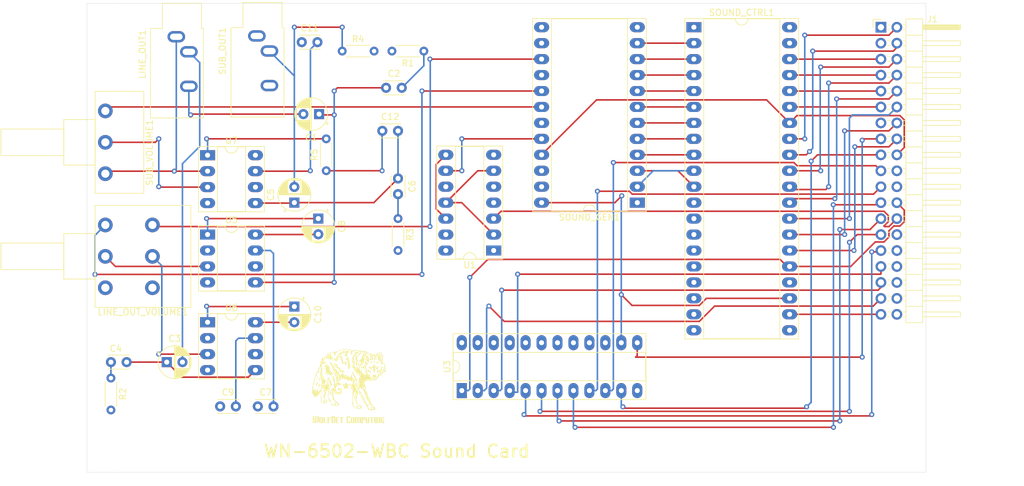
<source format=kicad_pcb>
(kicad_pcb (version 20211014) (generator pcbnew)
  (title_block (title "WolfNet 6502 WBC - Sound Card") (date "2022-05-17") (rev "1.2") (company "WolfNet"))
  (layers (0 "F.Cu" signal "H.Cu") (1 "In1.Cu" power "VCC.Cu") (2 "In2.Cu" power "GND.Cu") (31 "B.Cu" signal "V.Cu") (34 "B.Paste" user) (35 "F.Paste" user) (36 "B.SilkS" user "B.Silkscreen") (37 "F.SilkS" user "F.Silkscreen") (38 "B.Mask" user) (39 "F.Mask" user) (44 "Edge.Cuts" user))
  (net 0 "")
  (net 1 "D0")
  (net 2 "GND")
  (net 3 "D1")
  (net 4 "A0")
  (net 5 "D2")
  (net 6 "A1")
  (net 7 "D3")
  (net 8 "A2")
  (net 9 "D4")
  (net 10 "A3")
  (net 11 "D5")
  (net 12 "A4")
  (net 13 "D6")
  (net 14 "A5")
  (net 15 "D7")
  (net 16 "A6")
  (net 17 "~{RESET}")
  (net 18 "A7")
  (net 19 "A8")
  (net 20 "A9")
  (net 21 "PHI2")
  (net 22 "A10")
  (net 23 "8MHz")
  (net 24 "A11")
  (net 25 "Net-(C1-Pad1)")
  (net 26 "R\\~{W}")
  (net 27 "VCC")
  (net 28 "DA0")
  (net 29 "DA1")
  (net 30 "DA2")
  (net 31 "DA3")
  (net 32 "DA4")
  (net 33 "DA5")
  (net 34 "2MHz")
  (net 35 "DA6")
  (net 36 "DA7")
  (net 37 "BC1")
  (net 38 "BDIR")
  (net 39 "~{CS_SND}")
  (net 40 "Net-(U1-Pad11)")
  (net 41 "Net-(U1-Pad12)")
  (net 42 "Net-(C3-Pad1)")
  (net 43 "Net-(C8-Pad1)")
  (net 44 "Net-(C8-Pad2)")
  (net 45 "Net-(C10-Pad1)")
  (net 46 "Net-(C10-Pad2)")
  (net 50 "SND_R")
  (net 51 "SND_L")
  (net 52 "SND_SUB")
  (net 53 "A12")
  (net 55 "A13")
  (net 56 "Net-(LINE_OUT_VOLUME1-Pad4)")
  (net 58 "Net-(LINE_OUT_VOLUME1-Pad1)")
  (net 59 "A14")
  (net 60 "Net-(SOUND_GEN1-Pad18)")
  (net 62 "Net-(C2-Pad2)")
  (net 63 "Net-(C4-Pad2)")
  (net 64 "Net-(C6-Pad2)")
  (net 65 "Net-(C12-Pad2)")
  (net 66 "Net-(C7-Pad2)")
  (net 67 "A15")
  (net 69 "Net-(C9-Pad2)")
  (net 71 "Net-(LINE_OUT_VOLUME1-Pad2)")
  (net 72 "Net-(C11-Pad2)")
  (net 73 "Net-(C12-Pad1)")
  (net 74 "Net-(R5-Pad2)")
  (net 75 "Net-(LINE_OUT_VOLUME1-Pad5)")
  (net 90 "Net-(SUB_VOLUME1-Pad2)")
  (footprint "Connector_Audio:Jack_3.5mm_CUI_SJ1-3533NG_Horizontal" (layer "F.Cu") (at 43.688 25.18)
    (fp_text reference "LINE_OUT1")
    (fp_text value "3.5mm stereo")
  )
  (footprint "Connector_Audio:Jack_3.5mm_CUI_SJ1-3533NG_Horizontal" (layer "F.Cu") (at 56.515 25.053)
    (fp_text reference "SUB_OUT1")
    (fp_text value "3.5mm mono")
  )
  (footprint "Potentiometer_THT:Potentiometer_Piher_T-16H_Double_Horizontal" (layer "F.Cu") (at 32.385 55.152 180)
    (fp_text reference "LINE_OUT_VOLUME1")
    (fp_text value "10k Ω")
  )
  (footprint "Potentiometer_THT:Potentiometer_Piher_T-16H_Single_Horizontal" (layer "F.Cu") (at 32.385 36.991 180)
    (fp_text reference "SUB_VOLUME1")
    (fp_text value "10k Ω")
  )
  (footprint "Package_DIP:DIP-8_W7.62mm_Socket_LongPads" (layer "F.Cu") (at 48.664 56.676)
    (fp_text reference "U5")
    (fp_text value "LM386")
  )
  (footprint "Package_DIP:DIP-8_W7.62mm_Socket_LongPads" (layer "F.Cu") (at 48.664 70.646)
    (fp_text reference "U6")
    (fp_text value "LM386")
  )
  (footprint "Package_DIP:DIP-8_W7.62mm_Socket_LongPads" (layer "F.Cu") (at 48.664 44.046)
    (fp_text reference "U7")
    (fp_text value "LM386")
  )
  (footprint "PC:Expansion_Connector_Board" (layer "F.Cu") (at 155.894 23.666)
    (fp_text reference "J1")
    (fp_text value "2x19 2.54mm Right-angled Header")
  )
  (footprint "Package_DIP:DIP-24_W15.24mm_Socket_LongPads" (layer "F.Cu") (at 117.099 51.601 180)
    (fp_text reference "SOUND_GEN1")
    (fp_text value "AY3-8913")
  )
  (footprint "Package_DIP:DIP-14_W7.62mm_Socket_LongPads" (layer "F.Cu") (at 94.224 59.221 180)
    (fp_text reference "U1")
    (fp_text value "74HCT74")
  )
  (footprint "Package_DIP:DIP-40_W15.24mm_Socket_LongPads" (layer "F.Cu") (at 126.111 23.661)
    (fp_text reference "SOUND_CTRL1")
    (fp_text value "WD65C22")
  )
  (footprint "Capacitor_THT:CP_Radial_D5.0mm_P2.50mm" (layer "F.Cu") (at 66.421 37.499 180)
    (fp_text reference "C1")
    (fp_text value "250 µF")
  )
  (footprint "Capacitor_THT:C_Disc_D3.0mm_W2.0mm_P2.50mm" (layer "F.Cu") (at 77.089 33.308)
    (fp_text reference "C2")
    (fp_text value "0.05 µF")
  )
  (footprint "Capacitor_THT:CP_Radial_D5.0mm_P2.50mm" (layer "F.Cu") (at 42.164 76.996)
    (fp_text reference "C3")
    (fp_text value "250 µF")
  )
  (footprint "Capacitor_THT:C_Disc_D3.0mm_W2.0mm_P2.50mm" (layer "F.Cu") (at 35.774 76.996 180)
    (fp_text reference "C4")
    (fp_text value "0.05 µF")
  )
  (footprint "Capacitor_THT:CP_Radial_D5.0mm_P2.50mm" (layer "F.Cu") (at 62.484 51.596 90)
    (fp_text reference "C5")
    (fp_text value "250 µF")
  )
  (footprint "Capacitor_THT:C_Disc_D3.0mm_W2.0mm_P2.50mm" (layer "F.Cu") (at 78.994 47.746 -90)
    (fp_text reference "C6")
    (fp_text value "0.05 µF")
  )
  (footprint "Resistor_THT:R_Axial_DIN0204_L3.6mm_D1.6mm_P5.08mm_Horizontal" (layer "F.Cu") (at 83.104 27.466 180)
    (fp_text reference "R1")
    (fp_text value "10 Ω")
  )
  (footprint "Resistor_THT:R_Axial_DIN0204_L3.6mm_D1.6mm_P5.08mm_Horizontal" (layer "F.Cu") (at 78.994 54.136 -90)
    (fp_text reference "R3")
    (fp_text value "10 Ω")
  )
  (footprint "Resistor_THT:R_Axial_DIN0204_L3.6mm_D1.6mm_P5.08mm_Horizontal" (layer "F.Cu") (at 33.274 79.536 -90)
    (fp_text reference "R2")
    (fp_text value "10 Ω")
  )
  (footprint "Capacitor_THT:C_Disc_D3.0mm_W2.0mm_P2.50mm" (layer "F.Cu") (at 56.664 84.046)
    (fp_text reference "C7")
    (fp_text value "0.1 µF")
  )
  (footprint "Capacitor_THT:CP_Radial_D5.0mm_P2.50mm" (layer "F.Cu") (at 66.294 54.136 -90)
    (fp_text reference "C8")
    (fp_text value "10 µF")
  )
  (footprint "Capacitor_THT:C_Disc_D3.0mm_W2.0mm_P2.50mm" (layer "F.Cu") (at 50.664 84.046)
    (fp_text reference "C9")
    (fp_text value "0.1 µF")
  )
  (footprint "Capacitor_THT:CP_Radial_D5.0mm_P2.50mm" (layer "F.Cu") (at 62.484 68.146 -90)
    (fp_text reference "C10")
    (fp_text value "10 µF")
  )
  (footprint "Capacitor_THT:C_Disc_D3.0mm_W2.0mm_P2.50mm" (layer "F.Cu") (at 63.664 26.046)
    (fp_text reference "C11")
    (fp_text value "0.1 µF")
  )
  (footprint "Capacitor_THT:C_Disc_D3.0mm_W2.0mm_P2.50mm" (layer "F.Cu") (at 76.494 40.166)
    (fp_text reference "C12")
    (fp_text value "0.033 µF")
  )
  (footprint "Resistor_THT:R_Axial_DIN0204_L3.6mm_D1.6mm_P5.08mm_Horizontal" (layer "F.Cu") (at 70.104 27.466)
    (fp_text reference "R4")
    (fp_text value "? Ω")
  )
  (footprint "Resistor_THT:R_Axial_DIN0204_L3.6mm_D1.6mm_P5.08mm_Horizontal" (layer "F.Cu") (at 67.564 46.516 90)
    (fp_text reference "R5")
    (fp_text value "10 Ω")
  )
  (footprint "WolfNet:WolfNet-Logo_silkscreen" (layer "F.Cu") (at 71.12 81.28)
    (fp_text reference "G***")
    (fp_text value "LOGO" hide)
  )
  (footprint "Package_DIP:DIP-24_W7.62mm_Socket_LongPads" (layer "F.Cu") (at 89.149 81.524 90)
    (fp_text reference "U3")
    (fp_text value "ATF22V10C")
  )
  (gr_line (start 29.464 19.846) (end 34.544 19.846) (layer "Edge.Cuts") (width 0.05))
  (gr_line (start 163.068 19.846) (end 161.544 19.846) (layer "Edge.Cuts") (width 0.05))
  (gr_line (start 163.068 94.522) (end 163.068 19.846) (layer "Edge.Cuts") (width 0.05))
  (gr_line (start 34.544 94.522) (end 29.464 94.522) (layer "Edge.Cuts") (width 0.05))
  (gr_line (start 29.464 94.522) (end 29.464 19.846) (layer "Edge.Cuts") (width 0.05))
  (gr_line (start 161.544 94.522) (end 163.068 94.522) (layer "Edge.Cuts") (width 0.05))
  (gr_line (start 161.544 94.522) (end 34.544 94.522) (layer "Edge.Cuts") (width 0.05))
  (gr_line (start 161.544 19.846) (end 34.544 19.846) (layer "Edge.Cuts") (width 0.05))
  (gr_text "WN-6502-WBC Sound Card" (at 78.7908 91.1692) (layer "F.SilkS") (effects (font (size 2 2) (thickness 0.3))))
  (segment (start 157.174 24.926) (end 143.764 24.926) (width 0.25) (layer "F.Cu") (net 1))
  (segment (start 158.434 23.666) (end 157.174 24.926) (width 0.25) (layer "F.Cu") (net 1))
  (segment (start 143.759 41.441) (end 143.764 41.436) (width 0.25) (layer "F.Cu") (net 1))
  (segment (start 141.351 41.441) (end 143.759 41.441) (width 0.25) (layer "F.Cu") (net 1))
  (via (at 143.764 41.436) (size 0.8) (drill 0.4) (layers "F.Cu" "B.Cu") (net 1))
  (via (at 143.764 24.926) (size 0.8) (drill 0.4) (layers "F.Cu" "B.Cu") (net 1))
  (segment (start 143.764 24.926) (end 143.764 41.436) (width 0.25) (layer "B.Cu") (net 1))
  (segment (start 43.364 46.586) (end 32.79 46.586) (width 0.25) (layer "F.Cu") (net 2))
  (segment (start 48.664 46.586) (end 43.504 46.586) (width 0.25) (layer "F.Cu") (net 2))
  (segment (start 43.504 46.586) (end 43.364 46.586) (width 0.25) (layer "F.Cu") (net 2))
  (via (at 43.364 46.586) (size 0.8) (drill 0.4) (layers "F.Cu" "B.Cu") (net 2))
  (segment (start 43.688 25.18) (end 43.688 46.262) (width 0.25) (layer "B.Cu") (net 2))
  (segment (start 43.688 46.262) (end 43.364 46.586) (width 0.25) (layer "B.Cu") (net 2))
  (segment (start 158.434 26.896) (end 157.864 27.466) (width 0.25) (layer "F.Cu") (net 3))
  (segment (start 157.864 27.466) (end 145.034 27.466) (width 0.25) (layer "F.Cu") (net 3))
  (segment (start 141.351 43.981) (end 144.004402 43.981) (width 0.25) (layer "F.Cu") (net 3))
  (segment (start 144.004402 43.981) (end 144.521701 43.463701) (width 0.25) (layer "F.Cu") (net 3))
  (via (at 145.034 27.466) (size 0.8) (drill 0.4) (layers "F.Cu" "B.Cu") (net 3))
  (via (at 144.521701 43.463701) (size 0.8) (drill 0.4) (layers "F.Cu" "B.Cu") (net 3))
  (segment (start 145.034 27.466) (end 145.034 42.951402) (width 0.25) (layer "B.Cu") (net 3))
  (segment (start 145.034 42.951402) (end 144.521701 43.463701) (width 0.25) (layer "B.Cu") (net 3))
  (segment (start 155.894 28.746) (end 141.356 28.746) (width 0.25) (layer "F.Cu") (net 4))
  (segment (start 146.304 46.516) (end 146.299 46.521) (width 0.25) (layer "F.Cu") (net 5))
  (segment (start 158.434 28.746) (end 157.174 30.006) (width 0.25) (layer "F.Cu") (net 5))
  (segment (start 146.299 46.521) (end 141.351 46.521) (width 0.25) (layer "F.Cu") (net 5))
  (segment (start 157.174 30.006) (end 146.304 30.006) (width 0.25) (layer "F.Cu") (net 5))
  (via (at 146.304 46.516) (size 0.8) (drill 0.4) (layers "F.Cu" "B.Cu") (net 5))
  (via (at 146.304 30.006) (size 0.8) (drill 0.4) (layers "F.Cu" "B.Cu") (net 5))
  (segment (start 146.225469 46.437469) (end 146.304 46.516) (width 0.25) (layer "B.Cu") (net 5))
  (segment (start 146.225469 30.084531) (end 146.225469 46.437469) (width 0.25) (layer "B.Cu") (net 5))
  (segment (start 146.304 30.006) (end 146.225469 30.084531) (width 0.25) (layer "B.Cu") (net 5))
  (segment (start 141.351 31.281) (end 155.889 31.281) (width 0.25) (layer "F.Cu") (net 6))
  (segment (start 158.434 31.286) (end 157.174 32.546) (width 0.25) (layer "F.Cu") (net 7))
  (segment (start 147.12449 49.50551) (end 141.79551 49.50551) (width 0.25) (layer "F.Cu") (net 7))
  (segment (start 157.174 32.546) (end 147.574 32.546) (width 0.25) (layer "F.Cu") (net 7))
  (segment (start 147.574 49.056) (end 147.12449 49.50551) (width 0.25) (layer "F.Cu") (net 7))
  (via (at 147.574 49.056) (size 0.8) (drill 0.4) (layers "F.Cu" "B.Cu") (net 7))
  (via (at 147.574 32.546) (size 0.8) (drill 0.4) (layers "F.Cu" "B.Cu") (net 7))
  (segment (start 147.574 32.546) (end 147.574 49.056) (width 0.25) (layer "B.Cu") (net 7))
  (segment (start 155.894 33.826) (end 141.356 33.826) (width 0.25) (layer "F.Cu") (net 8))
  (segment (start 141.986989 50.965011) (end 148.553381 50.965011) (width 0.25) (layer "F.Cu") (net 9))
  (segment (start 158.434 33.826) (end 157.174 35.086) (width 0.25) (layer "F.Cu") (net 9))
  (segment (start 157.174 35.086) (end 148.844 35.086) (width 0.25) (layer "F.Cu") (net 9))
  (segment (start 141.351 51.601) (end 141.986989 50.965011) (width 0.25) (layer "F.Cu") (net 9))
  (via (at 148.844 35.086) (size 0.8) (drill 0.4) (layers "F.Cu" "B.Cu") (net 9))
  (via (at 148.553381 50.965011) (size 0.8) (drill 0.4) (layers "F.Cu" "B.Cu") (net 9))
  (segment (start 148.844 35.086) (end 148.844 50.674392) (width 0.25) (layer "B.Cu") (net 9))
  (segment (start 148.844 50.674392) (end 148.553381 50.965011) (width 0.25) (layer "B.Cu") (net 9))
  (segment (start 141.351 36.361) (end 155.889 36.361) (width 0.25) (layer "F.Cu") (net 10))
  (segment (start 141.351 54.141) (end 150.871 54.141) (width 0.25) (layer "F.Cu") (net 11))
  (segment (start 150.871 54.141) (end 150.876 54.136) (width 0.25) (layer "F.Cu") (net 11))
  (via (at 150.876 54.136) (size 0.8) (drill 0.4) (layers "F.Cu" "B.Cu") (net 11))
  (segment (start 150.876 38.134) (end 150.876 54.136) (width 0.25) (layer "B.Cu") (net 11))
  (segment (start 157.174 37.626) (end 151.384 37.626) (width 0.25) (layer "B.Cu") (net 11))
  (segment (start 151.384 37.626) (end 150.876 38.134) (width 0.25) (layer "B.Cu") (net 11))
  (segment (start 158.434 36.366) (end 157.174 37.626) (width 0.25) (layer "B.Cu") (net 11))
  (segment (start 141.351 56.681) (end 150.109 56.681) (width 0.25) (layer "F.Cu") (net 13))
  (segment (start 150.114 40.166) (end 157.174 40.166) (width 0.25) (layer "F.Cu") (net 13))
  (segment (start 150.109 56.681) (end 150.114 56.676) (width 0.25) (layer "F.Cu") (net 13))
  (segment (start 157.174 40.166) (end 158.434 38.906) (width 0.25) (layer "F.Cu") (net 13))
  (via (at 150.114 40.166) (size 0.8) (drill 0.4) (layers "F.Cu" "B.Cu") (net 13))
  (via (at 150.114 56.676) (size 0.8) (drill 0.4) (layers "F.Cu" "B.Cu") (net 13))
  (segment (start 150.114 56.676) (end 150.114 40.166) (width 0.25) (layer "B.Cu") (net 13))
  (segment (start 155.894 41.446) (end 153.118 41.446) (width 0.25) (layer "F.Cu") (net 14))
  (segment (start 152.908 76.2) (end 116.84 76.2) (width 0.25) (layer "F.Cu") (net 14))
  (segment (start 153.118 41.446) (end 152.908 41.656) (width 0.25) (layer "F.Cu") (net 14))
  (segment (start 117.089 75.951) (end 117.089 73.904) (width 0.25) (layer "F.Cu") (net 14))
  (segment (start 116.84 76.2) (end 117.089 75.951) (width 0.25) (layer "F.Cu") (net 14))
  (via (at 152.908 41.656) (size 0.8) (drill 0.4) (layers "F.Cu" "B.Cu") (net 14))
  (via (at 152.908 76.2) (size 0.8) (drill 0.4) (layers "F.Cu" "B.Cu") (net 14))
  (segment (start 152.908 41.656) (end 152.908 76.2) (width 0.25) (layer "B.Cu") (net 14))
  (segment (start 141.351 59.221) (end 151.5955 59.221) (width 0.25) (layer "F.Cu") (net 15))
  (segment (start 151.5955 59.221) (end 151.6005 59.216) (width 0.25) (layer "F.Cu") (net 15))
  (segment (start 157.174 42.706) (end 151.737531 42.706) (width 0.25) (layer "F.Cu") (net 15))
  (segment (start 158.434 41.446) (end 157.174 42.706) (width 0.25) (layer "F.Cu") (net 15))
  (via (at 151.737531 42.706) (size 0.8) (drill 0.4) (layers "F.Cu" "B.Cu") (net 15))
  (via (at 151.6005 59.216) (size 0.8) (drill 0.4) (layers "F.Cu" "B.Cu") (net 15))
  (segment (start 151.737531 59.078969) (end 151.6005 59.216) (width 0.25) (layer "B.Cu") (net 15))
  (segment (start 151.737531 42.706) (end 151.737531 59.078969) (width 0.25) (layer "B.Cu") (net 15))
  (segment (start 114.801921 84.321921) (end 114.801921 84.1115) (width 0.25) (layer "F.Cu") (net 16))
  (segment (start 114.808 84.328) (end 114.801921 84.321921) (width 0.25) (layer "F.Cu") (net 16))
  (segment (start 145.7895 43.986) (end 144.78 44.9955) (width 0.25) (layer "F.Cu") (net 16))
  (segment (start 144.0555 84.1115) (end 143.839 84.328) (width 0.25) (layer "F.Cu") (net 16))
  (segment (start 155.894 43.986) (end 145.7895 43.986) (width 0.25) (layer "F.Cu") (net 16))
  (segment (start 143.839 84.328) (end 114.808 84.328) (width 0.25) (layer "F.Cu") (net 16))
  (via (at 144.78 44.9955) (size 0.8) (drill 0.4) (layers "F.Cu" "B.Cu") (net 16))
  (via (at 114.801921 84.1115) (size 0.8) (drill 0.4) (layers "F.Cu" "B.Cu") (net 16))
  (via (at 144.0555 84.1115) (size 0.8) (drill 0.4) (layers "F.Cu" "B.Cu") (net 16))
  (segment (start 144.78 83.387) (end 144.78 44.9955) (width 0.25) (layer "B.Cu") (net 16))
  (segment (start 114.549 83.858579) (end 114.801921 84.1115) (width 0.25) (layer "B.Cu") (net 16))
  (segment (start 114.549 81.524) (end 114.549 83.858579) (width 0.25) (layer "B.Cu") (net 16))
  (segment (start 144.0555 84.1115) (end 144.78 83.387) (width 0.25) (layer "B.Cu") (net 16))
  (segment (start 142.520511 37.731489) (end 158.920499 37.731489) (width 0.25) (layer "F.Cu") (net 17))
  (segment (start 137.68648 35.23648) (end 141.351 38.901) (width 0.25) (layer "F.Cu") (net 17))
  (segment (start 159.608511 38.419501) (end 159.608511 42.811489) (width 0.25) (layer "F.Cu") (net 17))
  (segment (start 110.60352 35.23648) (end 137.68648 35.23648) (width 0.25) (layer "F.Cu") (net 17))
  (segment (start 141.351 38.901) (end 142.520511 37.731489) (width 0.25) (layer "F.Cu") (net 17))
  (segment (start 158.920499 37.731489) (end 159.608511 38.419501) (width 0.25) (layer "F.Cu") (net 17))
  (segment (start 159.608511 42.811489) (end 158.434 43.986) (width 0.25) (layer "F.Cu") (net 17))
  (segment (start 101.859 43.981) (end 110.60352 35.23648) (width 0.25) (layer "F.Cu") (net 17))
  (segment (start 142.540311 45.72) (end 142.032311 45.212) (width 0.25) (layer "F.Cu") (net 18))
  (segment (start 142.032311 45.212) (end 113.284 45.212) (width 0.25) (layer "F.Cu") (net 18))
  (segment (start 155.088 45.72) (end 142.540311 45.72) (width 0.25) (layer "F.Cu") (net 18))
  (segment (start 155.894 46.526) (end 155.088 45.72) (width 0.25) (layer "F.Cu") (net 18))
  (via (at 113.284 45.212) (size 0.8) (drill 0.4) (layers "F.Cu" "B.Cu") (net 18))
  (segment (start 113.04 81.524) (end 112.009 81.524) (width 0.25) (layer "B.Cu") (net 18))
  (segment (start 113.284 45.212) (end 113.284 81.28) (width 0.25) (layer "B.Cu") (net 18))
  (segment (start 113.284 81.28) (end 113.04 81.524) (width 0.25) (layer "B.Cu") (net 18))
  (segment (start 154.719489 50.240511) (end 155.894 49.066) (width 0.25) (layer "F.Cu") (net 19))
  (segment (start 116.2882 50.240511) (end 154.719489 50.240511) (width 0.25) (layer "F.Cu") (net 19))
  (segment (start 110.744 49.784) (end 115.831689 49.784) (width 0.25) (layer "F.Cu") (net 19))
  (segment (start 115.831689 49.784) (end 116.2882 50.240511) (width 0.25) (layer "F.Cu") (net 19))
  (via (at 110.744 49.784) (size 0.8) (drill 0.4) (layers "F.Cu" "B.Cu") (net 19))
  (segment (start 109.469 81.524) (end 110.5 81.524) (width 0.25) (layer "B.Cu") (net 19))
  (segment (start 110.744 81.28) (end 110.744 49.784) (width 0.25) (layer "B.Cu") (net 19))
  (segment (start 110.5 81.524) (end 110.744 81.28) (width 0.25) (layer "B.Cu") (net 19))
  (segment (start 155.894 51.606) (end 155.566582 51.933418) (width 0.25) (layer "F.Cu") (net 20))
  (segment (start 148.336 87.376) (end 107.188 87.376) (width 0.25) (layer "F.Cu") (net 20))
  (segment (start 155.566582 51.933418) (end 148.306006 51.933418) (width 0.25) (layer "F.Cu") (net 20))
  (via (at 107.188 87.376) (size 0.8) (drill 0.4) (layers "F.Cu" "B.Cu") (net 20))
  (via (at 148.306006 51.933418) (size 0.8) (drill 0.4) (layers "F.Cu" "B.Cu") (net 20))
  (via (at 148.336 87.376) (size 0.8) (drill 0.4) (layers "F.Cu" "B.Cu") (net 20))
  (segment (start 107.188 87.376) (end 106.929 87.117) (width 0.25) (layer "B.Cu") (net 20))
  (segment (start 148.336 51.963412) (end 148.306006 51.933418) (width 0.25) (layer "B.Cu") (net 20))
  (segment (start 106.929 87.117) (end 106.929 81.524) (width 0.25) (layer "B.Cu") (net 20))
  (segment (start 148.336 87.376) (end 148.336 51.963412) (width 0.25) (layer "B.Cu") (net 20))
  (segment (start 158.920499 55.320511) (end 159.608511 54.632499) (width 0.25) (layer "F.Cu") (net 21))
  (segment (start 159.608511 54.632499) (end 159.608511 52.780511) (width 0.25) (layer "F.Cu") (net 21))
  (segment (start 154.982889 57.860511) (end 156.380499 57.860511) (width 0.25) (layer "F.Cu") (net 21))
  (segment (start 157.174 56.094012) (end 157.947501 55.320511) (width 0.25) (layer "F.Cu") (net 21))
  (segment (start 93.28752 60.63648) (end 90.424 63.5) (width 0.25) (layer "F.Cu") (net 21))
  (segment (start 159.608511 52.780511) (end 158.434 51.606) (width 0.25) (layer "F.Cu") (net 21))
  (segment (start 157.174 57.06701) (end 157.174 56.094012) (width 0.25) (layer "F.Cu") (net 21))
  (segment (start 157.947501 55.320511) (end 158.920499 55.320511) (width 0.25) (layer "F.Cu") (net 21))
  (segment (start 151.0824 61.761) (end 154.982889 57.860511) (width 0.25) (layer "F.Cu") (net 21))
  (segment (start 141.351 61.761) (end 140.951 61.761) (width 0.25) (layer "F.Cu") (net 21))
  (segment (start 156.380499 57.860511) (end 157.174 57.06701) (width 0.25) (layer "F.Cu") (net 21))
  (segment (start 140.951 61.761) (end 139.82648 60.63648) (width 0.25) (layer "F.Cu") (net 21))
  (segment (start 141.351 61.761) (end 151.0824 61.761) (width 0.25) (layer "F.Cu") (net 21))
  (segment (start 139.82648 60.63648) (end 93.28752 60.63648) (width 0.25) (layer "F.Cu") (net 21))
  (via (at 90.424 63.5) (size 0.8) (drill 0.4) (layers "F.Cu" "B.Cu") (net 21))
  (segment (start 90.424 81.28) (end 90.18 81.524) (width 0.25) (layer "B.Cu") (net 21))
  (segment (start 90.18 81.524) (end 89.149 81.524) (width 0.25) (layer "B.Cu") (net 21))
  (segment (start 90.424 63.5) (end 90.424 81.28) (width 0.25) (layer "B.Cu") (net 21))
  (segment (start 149.352 55.88) (end 154.16 55.88) (width 0.25) (layer "F.Cu") (net 22))
  (segment (start 104.648 86.36) (end 149.352 86.36) (width 0.25) (layer "F.Cu") (net 22))
  (segment (start 154.16 55.88) (end 155.894 54.146) (width 0.25) (layer "F.Cu") (net 22))
  (via (at 149.352 55.88) (size 0.8) (drill 0.4) (layers "F.Cu" "B.Cu") (net 22))
  (via (at 149.352 86.36) (size 0.8) (drill 0.4) (layers "F.Cu" "B.Cu") (net 22))
  (via (at 104.648 86.36) (size 0.8) (drill 0.4) (layers "F.Cu" "B.Cu") (net 22))
  (segment (start 104.389 86.101) (end 104.648 86.36) (width 0.25) (layer "B.Cu") (net 22))
  (segment (start 104.389 81.524) (end 104.389 86.101) (width 0.25) (layer "B.Cu") (net 22))
  (segment (start 149.352 86.36) (end 149.352 55.88) (width 0.25) (layer "B.Cu") (net 22))
  (segment (start 156.380499 52.971489) (end 157.068511 53.659501) (width 0.25) (layer "F.Cu") (net 23))
  (segment (start 157.174 55.406) (end 158.434 54.146) (width 0.25) (layer "F.Cu") (net 23))
  (segment (start 157.068511 54.632499) (end 156.380499 55.320511) (width 0.25) (layer "F.Cu") (net 23))
  (segment (start 95.393511 52.971489) (end 156.380499 52.971489) (width 0.25) (layer "F.Cu") (net 23))
  (segment (start 156.465988 55.406) (end 157.174 55.406) (width 0.25) (layer "F.Cu") (net 23))
  (segment (start 94.224 54.141) (end 95.393511 52.971489) (width 0.25) (layer "F.Cu") (net 23))
  (segment (start 157.068511 53.659501) (end 157.068511 54.632499) (width 0.25) (layer "F.Cu") (net 23))
  (segment (start 156.380499 55.320511) (end 156.465988 55.406) (width 0.25) (layer "F.Cu") (net 23))
  (segment (start 152.102 56.686) (end 150.876 57.912) (width 0.25) (layer "F.Cu") (net 24))
  (segment (start 155.894 56.686) (end 152.102 56.686) (width 0.25) (layer "F.Cu") (net 24))
  (segment (start 150.876 84.836) (end 101.6 84.836) (width 0.25) (layer "F.Cu") (net 24))
  (via (at 150.876 57.912) (size 0.8) (drill 0.4) (layers "F.Cu" "B.Cu") (net 24))
  (via (at 150.876 84.836) (size 0.8) (drill 0.4) (layers "F.Cu" "B.Cu") (net 24))
  (via (at 101.6 84.836) (size 0.8) (drill 0.4) (layers "F.Cu" "B.Cu") (net 24))
  (segment (start 150.876 57.912) (end 150.876 84.836) (width 0.25) (layer "B.Cu") (net 24))
  (segment (start 101.6 84.836) (end 101.849 84.587) (width 0.25) (layer "B.Cu") (net 24))
  (segment (start 101.849 84.587) (end 101.849 81.524) (width 0.25) (layer "B.Cu") (net 24))
  (segment (start 68.834 37.626) (end 66.548 37.626) (width 0.25) (layer "F.Cu") (net 25))
  (segment (start 69.342 33.308) (end 68.834 33.816) (width 0.25) (layer "F.Cu") (net 25))
  (segment (start 56.284 64.296) (end 68.834 64.296) (width 0.25) (layer "F.Cu") (net 25))
  (segment (start 77.089 33.308) (end 69.342 33.308) (width 0.25) (layer "F.Cu") (net 25))
  (via (at 68.834 64.296) (size 0.8) (drill 0.4) (layers "F.Cu" "B.Cu") (net 25))
  (via (at 68.834 33.816) (size 0.8) (drill 0.4) (layers "F.Cu" "B.Cu") (net 25))
  (via (at 68.834 37.626) (size 0.8) (drill 0.4) (layers "F.Cu" "B.Cu") (net 25))
  (segment (start 68.834 64.296) (end 68.834 37.626) (width 0.25) (layer "B.Cu") (net 25))
  (segment (start 68.834 33.816) (end 68.834 37.626) (width 0.25) (layer "B.Cu") (net 25))
  (segment (start 141.351 69.381) (end 155.889 69.381) (width 0.25) (layer "F.Cu") (net 26))
  (segment (start 126.111 26.201) (end 117.099 26.201) (width 0.25) (layer "F.Cu") (net 28))
  (segment (start 117.099 28.741) (end 126.111 28.741) (width 0.25) (layer "F.Cu") (net 29))
  (segment (start 126.111 31.281) (end 117.099 31.281) (width 0.25) (layer "F.Cu") (net 30))
  (segment (start 117.099 33.821) (end 126.111 33.821) (width 0.25) (layer "F.Cu") (net 31))
  (segment (start 126.111 36.361) (end 117.099 36.361) (width 0.25) (layer "F.Cu") (net 32))
  (segment (start 117.099 38.901) (end 126.111 38.901) (width 0.25) (layer "F.Cu") (net 33))
  (segment (start 89.154 41.436) (end 89.159 41.441) (width 0.25) (layer "F.Cu") (net 34))
  (segment (start 89.149 46.521) (end 89.154 46.516) (width 0.25) (layer "F.Cu") (net 34))
  (segment (start 89.159 41.441) (end 101.859 41.441) (width 0.25) (layer "F.Cu") (net 34))
  (segment (start 86.604 46.521) (end 89.149 46.521) (width 0.25) (layer "F.Cu") (net 34))
  (via (at 89.154 41.436) (size 0.8) (drill 0.4) (layers "F.Cu" "B.Cu") (net 34))
  (via (at 89.154 46.516) (size 0.8) (drill 0.4) (layers "F.Cu" "B.Cu") (net 34))
  (segment (start 89.154 46.516) (end 89.154 41.436) (width 0.25) (layer "B.Cu") (net 34))
  (segment (start 126.111 41.441) (end 117.099 41.441) (width 0.25) (layer "F.Cu") (net 35))
  (segment (start 117.099 43.981) (end 126.111 43.981) (width 0.25) (layer "F.Cu") (net 36))
  (segment (start 117.099 46.521) (end 123.571 46.521) (width 0.25) (layer "F.Cu") (net 37))
  (segment (start 123.571 46.521) (end 126.111 49.061) (width 0.25) (layer "F.Cu") (net 37))
  (segment (start 117.099 49.061) (end 119.639 46.521) (width 0.25) (layer "B.Cu") (net 38))
  (segment (start 119.639 46.521) (end 126.111 46.521) (width 0.25) (layer "B.Cu") (net 38))
  (segment (start 128.101311 66.841) (end 126.976791 67.96552) (width 0.25) (layer "F.Cu") (net 39))
  (segment (start 101.859 51.601) (end 113.531011 51.601) (width 0.25) (layer "F.Cu") (net 39))
  (segment (start 116.25802 67.96552) (end 114.549 66.2565) (width 0.25) (layer "F.Cu") (net 39))
  (segment (start 126.976791 67.96552) (end 116.25802 67.96552) (width 0.25) (layer "F.Cu") (net 39))
  (segment (start 113.531011 51.601) (end 114.623511 50.5085) (width 0.25) (layer "F.Cu") (net 39))
  (segment (start 141.351 66.841) (end 128.101311 66.841) (width 0.25) (layer "F.Cu") (net 39))
  (via (at 114.623511 50.5085) (size 0.8) (drill 0.4) (layers "F.Cu" "B.Cu") (net 39))
  (via (at 114.549 66.2565) (size 0.8) (drill 0.4) (layers "F.Cu" "B.Cu") (net 39))
  (segment (start 114.549 66.2565) (end 114.549 50.583011) (width 0.25) (layer "B.Cu") (net 39))
  (segment (start 114.549 50.583011) (end 114.623511 50.5085) (width 0.25) (layer "B.Cu") (net 39))
  (segment (start 114.549 73.904) (end 114.549 66.2565) (width 0.25) (layer "B.Cu") (net 39))
  (segment (start 86.604 51.601) (end 89.144 51.601) (width 0.25) (layer "F.Cu") (net 40))
  (segment (start 89.144 51.601) (end 94.224 56.681) (width 0.25) (layer "F.Cu") (net 40))
  (segment (start 91.684 46.521) (end 86.604 51.601) (width 0.25) (layer "F.Cu") (net 40))
  (segment (start 94.224 46.521) (end 91.684 46.521) (width 0.25) (layer "F.Cu") (net 40))
  (segment (start 86.604 54.141) (end 85.07948 52.61648) (width 0.25) (layer "F.Cu") (net 41))
  (segment (start 85.07948 45.50552) (end 86.604 43.981) (width 0.25) (layer "F.Cu") (net 41))
  (segment (start 85.07948 52.61648) (end 85.07948 45.50552) (width 0.25) (layer "F.Cu") (net 41))
  (segment (start 44.55852 79.39052) (end 55.15948 79.39052) (width 0.25) (layer "F.Cu") (net 42))
  (segment (start 35.774 76.996) (end 42.164 76.996) (width 0.25) (layer "F.Cu") (net 42))
  (segment (start 55.15948 79.39052) (end 56.284 78.266) (width 0.25) (layer "F.Cu") (net 42))
  (segment (start 42.164 76.996) (end 44.55852 79.39052) (width 0.25) (layer "F.Cu") (net 42))
  (segment (start 66.294 54.136) (end 48.514 54.136) (width 0.25) (layer "F.Cu") (net 43))
  (via (at 48.514 54.136) (size 0.8) (drill 0.4) (layers "F.Cu" "B.Cu") (net 43))
  (segment (start 48.514 54.136) (end 48.664 54.286) (width 0.25) (layer "B.Cu") (net 43))
  (segment (start 48.664 54.286) (end 48.664 56.676) (width 0.25) (layer "B.Cu") (net 43))
  (segment (start 56.284 56.676) (end 66.254 56.676) (width 0.25) (layer "F.Cu") (net 44))
  (segment (start 48.554 68.146) (end 48.514 68.106) (width 0.25) (layer "F.Cu") (net 45))
  (segment (start 62.484 68.146) (end 48.554 68.146) (width 0.25) (layer "F.Cu") (net 45))
  (via (at 48.514 68.106) (size 0.8) (drill 0.4) (layers "F.Cu" "B.Cu") (net 45))
  (segment (start 48.514 68.106) (end 48.664 68.256) (width 0.25) (layer "B.Cu") (net 45))
  (segment (start 48.664 68.256) (end 48.664 70.646) (width 0.25) (layer "B.Cu") (net 45))
  (segment (start 56.284 70.646) (end 62.484 70.646) (width 0.25) (layer "F.Cu") (net 46))
  (segment (start 46.101 37.499) (end 45.974 37.626) (width 0.25) (layer "F.Cu") (net 50))
  (segment (start 63.921 37.499) (end 46.101 37.499) (width 0.25) (layer "F.Cu") (net 50))
  (via (at 45.974 37.626) (size 0.8) (drill 0.4) (layers "F.Cu" "B.Cu") (net 50))
  (segment (start 45.974 37.626) (end 45.688 37.34) (width 0.25) (layer "B.Cu") (net 50))
  (segment (start 45.688 37.34) (end 45.688 33.08) (width 0.25) (layer "B.Cu") (net 50))
  (segment (start 47.41252 42.648458) (end 44.664 45.396978) (width 0.25) (layer "B.Cu") (net 51))
  (segment (start 44.664 45.396978) (end 44.664 76.996) (width 0.25) (layer "B.Cu") (net 51))
  (segment (start 45.688 27.58) (end 47.41252 29.30452) (width 0.25) (layer "B.Cu") (net 51))
  (segment (start 47.41252 29.30452) (end 47.41252 42.648458) (width 0.25) (layer "B.Cu") (net 51))
  (segment (start 62.484 23.656) (end 70.104 23.656) (width 0.25) (layer "F.Cu") (net 52))
  (via (at 62.484 23.656) (size 0.8) (drill 0.4) (layers "F.Cu" "B.Cu") (net 52))
  (via (at 70.104 23.656) (size 0.8) (drill 0.4) (layers "F.Cu" "B.Cu") (net 52))
  (segment (start 62.484 31.422) (end 58.515 27.453) (width 0.25) (layer "B.Cu") (net 52))
  (segment (start 70.104 23.656) (end 70.104 27.466) (width 0.25) (layer "B.Cu") (net 52))
  (segment (start 62.484 31.422) (end 62.484 23.656) (width 0.25) (layer "B.Cu") (net 52))
  (segment (start 62.484 49.096) (end 62.484 31.422) (width 0.25) (layer "B.Cu") (net 52))
  (segment (start 154.215499 85.560501) (end 154.432 85.344) (width 0.25) (layer "F.Cu") (net 53))
  (segment (start 155.684 59.436) (end 155.894 59.226) (width 0.25) (layer "F.Cu") (net 53))
  (segment (start 99.06 85.344) (end 99.276501 85.560501) (width 0.25) (layer "F.Cu") (net 53))
  (segment (start 154.432 59.436) (end 155.684 59.436) (width 0.25) (layer "F.Cu") (net 53))
  (segment (start 99.276501 85.560501) (end 154.215499 85.560501) (width 0.25) (layer "F.Cu") (net 53))
  (via (at 154.432 85.344) (size 0.8) (drill 0.4) (layers "F.Cu" "B.Cu") (net 53))
  (via (at 99.06 85.344) (size 0.8) (drill 0.4) (layers "F.Cu" "B.Cu") (net 53))
  (via (at 154.432 59.436) (size 0.8) (drill 0.4) (layers "F.Cu" "B.Cu") (net 53))
  (segment (start 99.309 81.524) (end 99.309 85.095) (width 0.25) (layer "B.Cu") (net 53))
  (segment (start 99.309 85.095) (end 99.06 85.344) (width 0.25) (layer "B.Cu") (net 53))
  (segment (start 154.432 85.344) (end 154.432 59.436) (width 0.25) (layer "B.Cu") (net 53))
  (segment (start 155.894 61.766) (end 155.894 62.93) (width 0.25) (layer "F.Cu") (net 55))
  (segment (start 155.832 62.992) (end 98.044 62.992) (width 0.25) (layer "F.Cu") (net 55))
  (segment (start 155.894 62.93) (end 155.832 62.992) (width 0.25) (layer "F.Cu") (net 55))
  (via (at 98.044 62.992) (size 0.8) (drill 0.4) (layers "F.Cu" "B.Cu") (net 55))
  (segment (start 97.033 81.788) (end 96.769 81.524) (width 0.25) (layer "B.Cu") (net 55))
  (segment (start 98.044 62.992) (end 98.044 81.788) (width 0.25) (layer "B.Cu") (net 55))
  (segment (start 98.044 81.788) (end 97.033 81.788) (width 0.25) (layer "B.Cu") (net 55))
  (segment (start 84.079 28.741) (end 101.859 28.741) (width 0.25) (layer "F.Cu") (net 56))
  (segment (start 84.074 28.736) (end 84.079 28.741) (width 0.25) (layer "F.Cu") (net 56))
  (segment (start 40.139 55.406) (end 84.074 55.406) (width 0.25) (layer "F.Cu") (net 56))
  (via (at 84.074 28.736) (size 0.8) (drill 0.4) (layers "F.Cu" "B.Cu") (net 56))
  (via (at 84.074 55.406) (size 0.8) (drill 0.4) (layers "F.Cu" "B.Cu") (net 56))
  (segment (start 84.128511 55.351489) (end 84.128511 28.790511) (width 0.25) (layer "B.Cu") (net 56))
  (segment (start 84.128511 28.790511) (end 84.074 28.736) (width 0.25) (layer "B.Cu") (net 56))
  (segment (start 84.074 55.406) (end 84.128511 55.351489) (width 0.25) (layer "B.Cu") (net 56))
  (segment (start 82.809 33.821) (end 82.804 33.816) (width 0.25) (layer "F.Cu") (net 58))
  (segment (start 101.859 33.821) (end 82.809 33.821) (width 0.25) (layer "F.Cu") (net 58))
  (segment (start 82.804 63.026) (end 30.734 63.026) (width 0.25) (layer "F.Cu") (net 58))
  (via (at 82.804 63.026) (size 0.8) (drill 0.4) (layers "F.Cu" "B.Cu") (net 58))
  (via (at 30.734 63.026) (size 0.8) (drill 0.4) (layers "F.Cu" "B.Cu") (net 58))
  (via (at 82.804 33.816) (size 0.8) (drill 0.4) (layers "F.Cu" "B.Cu") (net 58))
  (segment (start 30.734 56.803) (end 32.385 55.152) (width 0.25) (layer "B.Cu") (net 58))
  (segment (start 30.734 63.026) (end 30.734 56.803) (width 0.25) (layer "B.Cu") (net 58))
  (segment (start 82.804 33.816) (end 82.804 63.026) (width 0.25) (layer "B.Cu") (net 58))
  (segment (start 95.504 65.532) (end 155.448 65.532) (width 0.25) (layer "F.Cu") (net 59))
  (segment (start 155.894 65.086) (end 155.894 64.306) (width 0.25) (layer "F.Cu") (net 59))
  (segment (start 155.448 65.532) (end 155.894 65.086) (width 0.25) (layer "F.Cu") (net 59))
  (via (at 95.504 65.532) (size 0.8) (drill 0.4) (layers "F.Cu" "B.Cu") (net 59))
  (segment (start 94.229 81.524) (end 95.26 81.524) (width 0.25) (layer "B.Cu") (net 59))
  (segment (start 95.26 81.524) (end 95.504 81.28) (width 0.25) (layer "B.Cu") (net 59))
  (segment (start 95.504 81.28) (end 95.504 65.532) (width 0.25) (layer "B.Cu") (net 59))
  (segment (start 101.859 36.361) (end 33.015 36.361) (width 0.25) (layer "F.Cu") (net 60))
  (segment (start 83.104 27.466) (end 83.104 29.793) (width 0.25) (layer "B.Cu") (net 62))
  (segment (start 83.104 29.793) (end 79.589 33.308) (width 0.25) (layer "B.Cu") (net 62))
  (segment (start 33.274 76.996) (end 33.274 79.536) (width 0.25) (layer "B.Cu") (net 63))
  (segment (start 78.994 50.246) (end 78.994 54.136) (width 0.25) (layer "B.Cu") (net 64))
  (segment (start 56.284 51.666) (end 62.414 51.666) (width 0.25) (layer "F.Cu") (net 65))
  (segment (start 75.144 51.596) (end 78.994 47.746) (width 0.25) (layer "F.Cu") (net 65))
  (segment (start 62.484 51.596) (end 75.144 51.596) (width 0.25) (layer "F.Cu") (net 65))
  (segment (start 78.994 40.166) (end 78.994 47.746) (width 0.25) (layer "B.Cu") (net 65))
  (segment (start 59.164 59.706) (end 59.164 84.046) (width 0.25) (layer "B.Cu") (net 66))
  (segment (start 58.674 59.216) (end 59.164 59.706) (width 0.25) (layer "B.Cu") (net 66))
  (segment (start 56.284 59.216) (end 58.674 59.216) (width 0.25) (layer "B.Cu") (net 66))
  (segment (start 95.90552 70.50552) (end 126.976791 70.50552) (width 0.25) (layer "F.Cu") (net 67))
  (segment (start 129.410311 68.072) (end 154.668 68.072) (width 0.25) (layer "F.Cu") (net 67))
  (segment (start 126.976791 70.50552) (end 129.410311 68.072) (width 0.25) (layer "F.Cu") (net 67))
  (segment (start 93.472 68.072) (end 95.90552 70.50552) (width 0.25) (layer "F.Cu") (net 67))
  (segment (start 154.668 68.072) (end 155.894 66.846) (width 0.25) (layer "F.Cu") (net 67))
  (via (at 93.472 68.072) (size 0.8) (drill 0.4) (layers "F.Cu" "B.Cu") (net 67))
  (segment (start 92.72 81.524) (end 93.10448 81.13952) (width 0.25) (layer "B.Cu") (net 67))
  (segment (start 91.689 81.524) (end 92.72 81.524) (width 0.25) (layer "B.Cu") (net 67))
  (segment (start 93.10448 68.43952) (end 93.472 68.072) (width 0.25) (layer "B.Cu") (net 67))
  (segment (start 93.10448 81.13952) (end 93.10448 68.43952) (width 0.25) (layer "B.Cu") (net 67))
  (segment (start 56.284 73.186) (end 53.594 73.186) (width 0.25) (layer "B.Cu") (net 69))
  (segment (start 53.164 73.616) (end 53.164 84.046) (width 0.25) (layer "B.Cu") (net 69))
  (segment (start 53.594 73.186) (end 53.164 73.616) (width 0.25) (layer "B.Cu") (net 69))
  (segment (start 33.989 61.756) (end 48.664 61.756) (width 0.25) (layer "F.Cu") (net 71))
  (segment (start 32.385 60.152) (end 33.989 61.756) (width 0.25) (layer "F.Cu") (net 71))
  (segment (start 56.284 46.586) (end 64.954 46.586) (width 0.25) (layer "F.Cu") (net 72))
  (segment (start 64.954 46.586) (end 65.024 46.516) (width 0.25) (layer "F.Cu") (net 72))
  (via (at 65.024 46.516) (size 0.8) (drill 0.4) (layers "F.Cu" "B.Cu") (net 72))
  (segment (start 65.045511 46.494489) (end 65.045511 27.164489) (width 0.25) (layer "B.Cu") (net 72))
  (segment (start 65.024 46.516) (end 65.045511 46.494489) (width 0.25) (layer "B.Cu") (net 72))
  (segment (start 65.045511 27.164489) (end 66.164 26.046) (width 0.25) (layer "B.Cu") (net 72))
  (segment (start 67.564 46.516) (end 76.454 46.516) (width 0.25) (layer "F.Cu") (net 73))
  (via (at 76.454 46.516) (size 0.8) (drill 0.4) (layers "F.Cu" "B.Cu") (net 73))
  (segment (start 76.454 46.516) (end 76.454 40.166) (width 0.25) (layer "B.Cu") (net 73))
  (segment (start 67.564 41.436) (end 48.514 41.436) (width 0.25) (layer "F.Cu") (net 74))
  (via (at 48.514 41.436) (size 0.8) (drill 0.4) (layers "F.Cu" "B.Cu") (net 74))
  (segment (start 48.664 41.586) (end 48.664 44.046) (width 0.25) (layer "B.Cu") (net 74))
  (segment (start 48.514 41.436) (end 48.664 41.586) (width 0.25) (layer "B.Cu") (net 74))
  (segment (start 48.664 75.726) (end 40.894 75.726) (width 0.25) (layer "F.Cu") (net 75))
  (via (at 40.894 75.726) (size 0.8) (drill 0.4) (layers "F.Cu" "B.Cu") (net 75))
  (segment (start 41.379511 61.646511) (end 39.885 60.152) (width 0.25) (layer "B.Cu") (net 75))
  (segment (start 41.379511 75.240489) (end 41.379511 61.646511) (width 0.25) (layer "B.Cu") (net 75))
  (segment (start 40.894 75.726) (end 41.379511 75.240489) (width 0.25) (layer "B.Cu") (net 75))
  (segment (start 40.894 49.056) (end 40.964 49.126) (width 0.25) (layer "F.Cu") (net 90))
  (segment (start 40.964 49.126) (end 48.664 49.126) (width 0.25) (layer "F.Cu") (net 90))
  (segment (start 32.385 41.991) (end 40.339 41.991) (width 0.25) (layer "F.Cu") (net 90))
  (segment (start 40.339 41.991) (end 40.894 41.436) (width 0.25) (layer "F.Cu") (net 90))
  (via (at 40.894 49.056) (size 0.8) (drill 0.4) (layers "F.Cu" "B.Cu") (net 90))
  (via (at 40.894 41.436) (size 0.8) (drill 0.4) (layers "F.Cu" "B.Cu") (net 90))
  (segment (start 40.894 41.436) (end 40.894 49.056) (width 0.25) (layer "B.Cu") (net 90))
)
</source>
